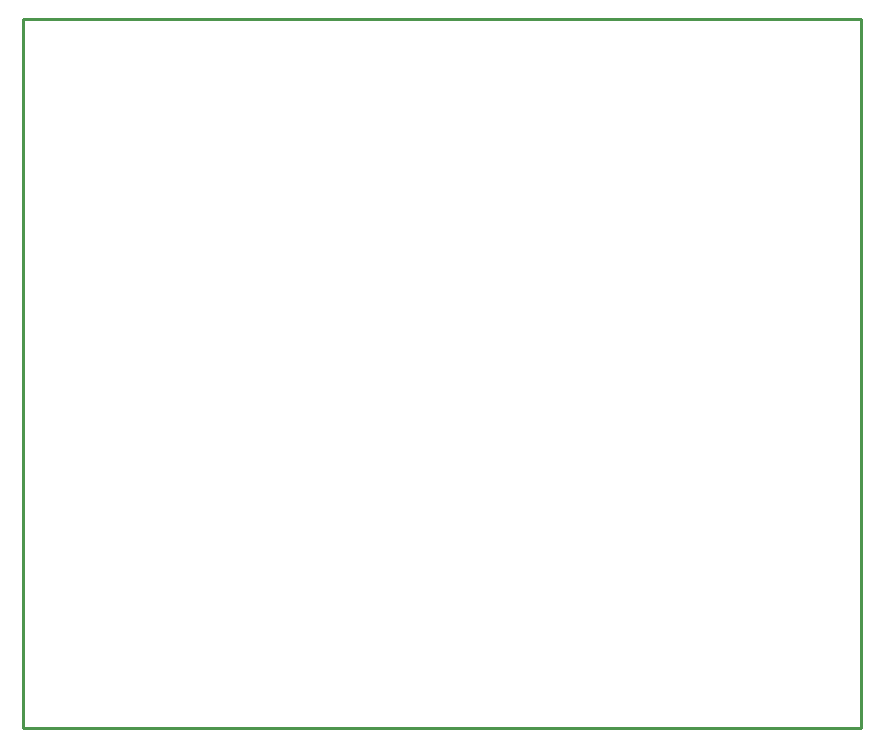
<source format=gbr>
G04 #@! TF.GenerationSoftware,KiCad,Pcbnew,5.1.1-8be2ce7~80~ubuntu18.04.1*
G04 #@! TF.CreationDate,2019-04-19T16:42:06-07:00*
G04 #@! TF.ProjectId,7_segment_led,375f7365-676d-4656-9e74-5f6c65642e6b,v01*
G04 #@! TF.SameCoordinates,Original*
G04 #@! TF.FileFunction,Profile,NP*
%FSLAX46Y46*%
G04 Gerber Fmt 4.6, Leading zero omitted, Abs format (unit mm)*
G04 Created by KiCad (PCBNEW 5.1.1-8be2ce7~80~ubuntu18.04.1) date 2019-04-19 16:42:06*
%MOMM*%
%LPD*%
G04 APERTURE LIST*
%ADD10C,0.254000*%
G04 APERTURE END LIST*
D10*
X93500000Y-95000000D02*
X93500000Y-35000000D01*
X164500000Y-95000000D02*
X93500000Y-95000000D01*
X164500000Y-35000000D02*
X164500000Y-95000000D01*
X93500000Y-35000000D02*
X164500000Y-35000000D01*
M02*

</source>
